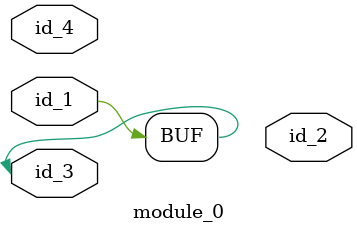
<source format=v>
module module_0 (
    id_1,
    id_2,
    id_3,
    id_4
);
  input id_4;
  input id_3;
  output id_2;
  input id_1;
  assign id_3 = id_1;
endmodule

</source>
